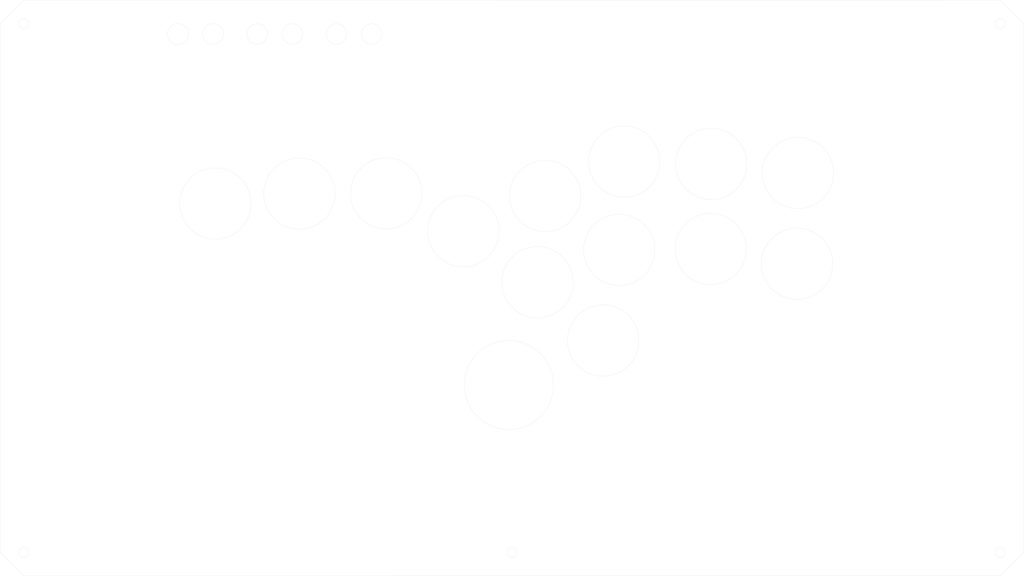
<source format=kicad_pcb>
(kicad_pcb
	(version 20240108)
	(generator "pcbnew")
	(generator_version "8.0")
	(general
		(thickness 1.6)
		(legacy_teardrops no)
	)
	(paper "A3")
	(layers
		(0 "F.Cu" signal)
		(31 "B.Cu" signal)
		(32 "B.Adhes" user "B.Adhesive")
		(33 "F.Adhes" user "F.Adhesive")
		(34 "B.Paste" user)
		(35 "F.Paste" user)
		(36 "B.SilkS" user "B.Silkscreen")
		(37 "F.SilkS" user "F.Silkscreen")
		(38 "B.Mask" user)
		(39 "F.Mask" user)
		(40 "Dwgs.User" user "User.Drawings")
		(41 "Cmts.User" user "User.Comments")
		(42 "Eco1.User" user "User.Eco1")
		(43 "Eco2.User" user "User.Eco2")
		(44 "Edge.Cuts" user)
		(45 "Margin" user)
		(46 "B.CrtYd" user "B.Courtyard")
		(47 "F.CrtYd" user "F.Courtyard")
		(48 "B.Fab" user)
		(49 "F.Fab" user)
		(50 "User.1" user)
		(51 "User.2" user)
		(52 "User.3" user)
		(53 "User.4" user)
		(54 "User.5" user)
		(55 "User.6" user)
		(56 "User.7" user)
		(57 "User.8" user)
		(58 "User.9" user)
	)
	(setup
		(pad_to_mask_clearance 0)
		(allow_soldermask_bridges_in_footprints no)
		(pcbplotparams
			(layerselection 0x00010fc_ffffffff)
			(plot_on_all_layers_selection 0x0000000_00000000)
			(disableapertmacros no)
			(usegerberextensions no)
			(usegerberattributes yes)
			(usegerberadvancedattributes yes)
			(creategerberjobfile yes)
			(dashed_line_dash_ratio 12.000000)
			(dashed_line_gap_ratio 3.000000)
			(svgprecision 4)
			(plotframeref no)
			(viasonmask no)
			(mode 1)
			(useauxorigin no)
			(hpglpennumber 1)
			(hpglpenspeed 20)
			(hpglpendiameter 15.000000)
			(pdf_front_fp_property_popups yes)
			(pdf_back_fp_property_popups yes)
			(dxfpolygonmode yes)
			(dxfimperialunits yes)
			(dxfusepcbnewfont yes)
			(psnegative no)
			(psa4output no)
			(plotreference yes)
			(plotvalue yes)
			(plotfptext yes)
			(plotinvisibletext no)
			(sketchpadsonfab no)
			(subtractmaskfromsilk no)
			(outputformat 1)
			(mirror no)
			(drillshape 1)
			(scaleselection 1)
			(outputdirectory "")
		)
	)
	(net 0 "")
	(gr_circle
		(center 111.453361 106.037573)
		(end 123.528361 106.037573)
		(stroke
			(width 0.2)
			(type default)
		)
		(fill none)
		(layer "Dwgs.User")
		(uuid "0151807e-276a-4178-ba52-7cee86440f17")
	)
	(gr_circle
		(center 98.705927 48.251798)
		(end 102.205927 48.251798)
		(stroke
			(width 0.2)
			(type default)
		)
		(fill none)
		(layer "Dwgs.User")
		(uuid "03e6b860-499b-40e9-9a4f-f2f5fbbddefb")
	)
	(gr_circle
		(center 164.705927 48.254011)
		(end 168.205927 48.254011)
		(stroke
			(width 0.2)
			(type default)
		)
		(fill none)
		(layer "Dwgs.User")
		(uuid "08de8212-a932-4ac5-a29b-e4315efb1ffb")
	)
	(gr_line
		(start 386.8 225.004165)
		(end 378.849933 232.953868)
		(stroke
			(width 0.2)
			(type default)
		)
		(layer "Dwgs.User")
		(uuid "0965b3bf-15ed-43a9-be97-e4a4d5d02910")
	)
	(gr_circle
		(center 125.705927 48.252166)
		(end 129.205927 48.252166)
		(stroke
			(width 0.2)
			(type default)
		)
		(fill none)
		(layer "Dwgs.User")
		(uuid "319be017-1b3a-4fb1-891e-d6364f03f958")
	)
	(gr_line
		(start 46.149428 232.949792)
		(end 38.2 225)
		(stroke
			(width 0.2)
			(type default)
		)
		(layer "Dwgs.User")
		(uuid "349f4b53-6732-40f7-a9ff-41e3f4bf690e")
	)
	(gr_circle
		(center 140.096567 102.667784)
		(end 152.171567 102.667784)
		(stroke
			(width 0.2)
			(type default)
		)
		(fill none)
		(layer "Dwgs.User")
		(uuid "34d3afac-bd08-4e97-b41f-a61f451fdacd")
	)
	(gr_circle
		(center 309.56494 126.586635)
		(end 321.63994 126.586635)
		(stroke
			(width 0.2)
			(type default)
		)
		(fill none)
		(layer "Dwgs.User")
		(uuid "427f4882-785b-4672-b843-68cdbfe2ed45")
	)
	(gr_circle
		(center 212.499681 225.002083)
		(end 214.199681 225.002083)
		(stroke
			(width 0.2)
			(type default)
		)
		(fill none)
		(layer "Dwgs.User")
		(uuid "48c5ea88-269b-4973-899a-750b5fd2efd4")
	)
	(gr_line
		(start 38.206046 44.699517)
		(end 46.15606 36.750036)
		(stroke
			(width 0.2)
			(type default)
		)
		(layer "Dwgs.User")
		(uuid "4f8458fc-528c-47b3-bbe6-fce6984c5810")
	)
	(gr_circle
		(center 223.787607 103.458963)
		(end 235.862607 103.458963)
		(stroke
			(width 0.2)
			(type default)
		)
		(fill none)
		(layer "Dwgs.User")
		(uuid "556b1c06-7d6f-4ee0-8ec6-a3d2c6ce5db3")
	)
	(gr_circle
		(center 221.166087 132.857283)
		(end 233.241087 132.857283)
		(stroke
			(width 0.2)
			(type default)
		)
		(fill none)
		(layer "Dwgs.User")
		(uuid "56645bb0-0c9f-46ab-a11c-d82de70593a0")
	)
	(gr_circle
		(center 378.856565 44.711207)
		(end 380.556565 44.711207)
		(stroke
			(width 0.2)
			(type default)
		)
		(fill none)
		(layer "Dwgs.User")
		(uuid "5ad0ae61-d9f1-49f1-91c1-7128f0021c8e")
	)
	(gr_circle
		(center 46.15606 44.699517)
		(end 47.85606 44.699517)
		(stroke
			(width 0.2)
			(type default)
		)
		(fill none)
		(layer "Dwgs.User")
		(uuid "619233d1-1883-4e6a-93e5-b2eeb20672fa")
	)
	(gr_circle
		(center 250.705526 91.737081)
		(end 262.780526 91.737081)
		(stroke
			(width 0.2)
			(type default)
		)
		(fill none)
		(layer "Dwgs.User")
		(uuid "7a50f51f-b080-4e96-b566-f3509513a631")
	)
	(gr_circle
		(center 211.423932 167.927963)
		(end 226.523932 167.927963)
		(stroke
			(width 0.2)
			(type default)
		)
		(fill none)
		(layer "Dwgs.User")
		(uuid "7d89a294-800d-478a-ad18-b02019ac658b")
	)
	(gr_line
		(start 378.849933 232.953868)
		(end 46.149428 232.949792)
		(stroke
			(width 0.2)
			(type default)
		)
		(layer "Dwgs.User")
		(uuid "7f9123e0-445b-42e7-b25b-ad2b44b02151")
	)
	(gr_circle
		(center 280.177939 121.565808)
		(end 292.252939 121.565808)
		(stroke
			(width 0.2)
			(type default)
		)
		(fill none)
		(layer "Dwgs.User")
		(uuid "8647ecaa-c685-4146-b9a3-13764d469c24")
	)
	(gr_line
		(start 378.856565 36.761193)
		(end 386.806046 44.711207)
		(stroke
			(width 0.2)
			(type default)
		)
		(layer "Dwgs.User")
		(uuid "881dbdda-7a8f-4e1d-b807-1699ddb6c9c0")
	)
	(gr_circle
		(center 152.705927 48.253609)
		(end 156.205927 48.253609)
		(stroke
			(width 0.2)
			(type default)
		)
		(fill none)
		(layer "Dwgs.User")
		(uuid "92260ad9-4030-4277-ace2-ed2f61d47c2a")
	)
	(gr_circle
		(center 195.948707 115.475376)
		(end 208.023707 115.475376)
		(stroke
			(width 0.2)
			(type default)
		)
		(fill none)
		(layer "Dwgs.User")
		(uuid "95242f72-b6dd-4995-8b52-0eef3b4e22cd")
	)
	(gr_circle
		(center 243.545444 152.738953)
		(end 255.620444 152.738953)
		(stroke
			(width 0.2)
			(type default)
		)
		(fill none)
		(layer "Dwgs.User")
		(uuid "976b03e2-1268-48bf-8aea-d21eb1f6546f")
	)
	(gr_circle
		(center 46.149428 225)
		(end 47.849428 225)
		(stroke
			(width 0.2)
			(type default)
		)
		(fill none)
		(layer "Dwgs.User")
		(uuid "9f97ed0c-e00e-4107-8250-5dde8eaf291d")
	)
	(gr_line
		(start 46.15606 36.750036)
		(end 378.856565 36.761193)
		(stroke
			(width 0.2)
			(type default)
		)
		(layer "Dwgs.User")
		(uuid "b35d0902-385e-4b13-b471-047d18d7d0a6")
	)
	(gr_circle
		(center 169.636624 102.579018)
		(end 181.711624 102.579018)
		(stroke
			(width 0.2)
			(type default)
		)
		(fill none)
		(layer "Dwgs.User")
		(uuid "b4d6912b-1f6c-4526-925d-f318e2edafe4")
	)
	(gr_circle
		(center 137.705927 48.253106)
		(end 141.205927 48.253106)
		(stroke
			(width 0.2)
			(type default)
		)
		(fill none)
		(layer "Dwgs.User")
		(uuid "b8b35189-6202-48b8-a270-dbf51e63ff7e")
	)
	(gr_circle
		(center 110.705927 48.252201)
		(end 114.205927 48.252201)
		(stroke
			(width 0.2)
			(type default)
		)
		(fill none)
		(layer "Dwgs.User")
		(uuid "cb42f722-35c1-4ad7-88de-67c1d14fda5a")
	)
	(gr_circle
		(center 280.347682 92.544809)
		(end 292.422682 92.544809)
		(stroke
			(width 0.2)
			(type default)
		)
		(fill none)
		(layer "Dwgs.User")
		(uuid "ce775420-9989-4435-9387-daae2c8536fb")
	)
	(gr_line
		(start 386.806046 44.711207)
		(end 386.8 225.004165)
		(stroke
			(width 0.2)
			(type default)
		)
		(layer "Dwgs.User")
		(uuid "d7d5fd52-d343-45c8-a327-2c6582b9d04f")
	)
	(gr_circle
		(center 378.849933 225.004165)
		(end 380.549933 225.004165)
		(stroke
			(width 0.2)
			(type default)
		)
		(fill none)
		(layer "Dwgs.User")
		(uuid "d9356a35-993d-4f7d-95ff-cf8fcb525546")
	)
	(gr_line
		(start 38.2 225)
		(end 38.206046 44.699517)
		(stroke
			(width 0.2)
			(type default)
		)
		(layer "Dwgs.User")
		(uuid "f1690669-1431-4ec5-9ade-afde97a4a1bc")
	)
	(gr_circle
		(center 309.894179 95.632267)
		(end 321.969179 95.632267)
		(stroke
			(width 0.2)
			(type default)
		)
		(fill none)
		(layer "Dwgs.User")
		(uuid "f64ede7d-36d2-4524-a480-4e36606bacdf")
	)
	(gr_circle
		(center 249.027341 121.840984)
		(end 261.102341 121.840984)
		(stroke
			(width 0.2)
			(type default)
		)
		(fill none)
		(layer "Dwgs.User")
		(uuid "fe34b362-d809-4b83-8130-ff9fc8ed7edd")
	)
	(gr_line
		(start 378.856565 36.761193)
		(end 46.15606 36.750036)
		(stroke
			(width 0.05)
			(type default)
		)
		(layer "Edge.Cuts")
		(uuid "0a0b1d3f-aef1-4088-b356-99968c4421b9")
	)
	(gr_circle
		(center 221.166087 132.857283)
		(end 226.405375 143.819198)
		(stroke
			(width 0.05)
			(type default)
		)
		(fill none)
		(layer "Edge.Cuts")
		(uuid "12c12098-b84c-4dfd-9f73-36a46de0a166")
	)
	(gr_circle
		(center 211.423932 167.927963)
		(end 218.174943 181.528838)
		(stroke
			(width 0.05)
			(type default)
		)
		(fill none)
		(layer "Edge.Cuts")
		(uuid "28b07d0a-10c3-4554-ad70-07c0a290f436")
	)
	(gr_circle
		(center 280.177939 121.565808)
		(end 270.683371 129.13801)
		(stroke
			(width 0.05)
			(type default)
		)
		(fill none)
		(layer "Edge.Cuts")
		(uuid "31188a9c-6653-4880-820a-5a773388384e")
	)
	(gr_circle
		(center 212.499681 225.002083)
		(end 211.590068 226.439089)
		(stroke
			(width 0.05)
			(type default)
		)
		(fill none)
		(layer "Edge.Cuts")
		(uuid "36fb27f1-0990-4bae-a99b-0d531e57845b")
	)
	(gr_circle
		(center 309.894179 95.632267)
		(end 299.643266 102.152264)
		(stroke
			(width 0.05)
			(type default)
		)
		(fill none)
		(layer "Edge.Cuts")
		(uuid "3a689b2a-a4d5-41b8-8efe-b99fd8fe3e35")
	)
	(gr_circle
		(center 98.705927 48.251798)
		(end 101.214254 50.796112)
		(stroke
			(width 0.05)
			(type default)
		)
		(fill none)
		(layer "Edge.Cuts")
		(uuid "4020da6f-2670-4412-979d-4e5219759573")
	)
	(gr_line
		(start 38.2 225)
		(end 46.149428 232.949792)
		(stroke
			(width 0.05)
			(type default)
		)
		(layer "Edge.Cuts")
		(uuid "47bb2ccb-341f-486d-a5c3-679106092e66")
	)
	(gr_circle
		(center 46.15606 44.699517)
		(end 44.45606 44.699517)
		(stroke
			(width 0.05)
			(type default)
		)
		(fill none)
		(layer "Edge.Cuts")
		(uuid "4fbbeff0-4be2-4da3-9cad-39b4a50ce1eb")
	)
	(gr_circle
		(center 243.545444 152.738953)
		(end 233.148164 159.019438)
		(stroke
			(width 0.05)
			(type default)
		)
		(fill none)
		(layer "Edge.Cuts")
		(uuid "545cb9d1-bae8-4a54-b4e5-42495e4316b4")
	)
	(gr_circle
		(center 169.636624 102.579018)
		(end 174.952922 113.50454)
		(stroke
			(width 0.05)
			(type default)
		)
		(fill none)
		(layer "Edge.Cuts")
		(uuid "5742bafc-2278-4208-b09a-d4b59e832ff3")
	)
	(gr_circle
		(center 111.453361 106.037573)
		(end 116.222029 117.212958)
		(stroke
			(width 0.05)
			(type default)
		)
		(fill none)
		(layer "Edge.Cuts")
		(uuid "5a8a2675-5a03-4818-96ae-61d63b4b733f")
	)
	(gr_circle
		(center 137.705927 48.253106)
		(end 140.433692 50.445787)
		(stroke
			(width 0.05)
			(type default)
		)
		(fill none)
		(layer "Edge.Cuts")
		(uuid "5ed6eb27-3aee-45fe-8fc1-dc5b17d2aec9")
	)
	(gr_circle
		(center 378.856565 44.711207)
		(end 379.756804 46.153348)
		(stroke
			(width 0.05)
			(type default)
		)
		(fill none)
		(layer "Edge.Cuts")
		(uuid "6dac44b4-665a-48ad-9c88-78e809a041ee")
	)
	(gr_line
		(start 386.8 225.004165)
		(end 386.806046 44.711207)
		(stroke
			(width 0.05)
			(type default)
		)
		(layer "Edge.Cuts")
		(uuid "79b34f21-08bb-46f7-91c8-0115826904f1")
	)
	(gr_line
		(start 46.149428 232.949792)
		(end 378.849933 232.953868)
		(stroke
			(width 0.05)
			(type default)
		)
		(layer "Edge.Cuts")
		(uuid "79be5ea0-eb33-47c3-a128-db235f016dff")
	)
	(gr_circle
		(center 309.56494 126.586635)
		(end 299.90367 133.954644)
		(stroke
			(width 0.05)
			(type default)
		)
		(fill none)
		(layer "Edge.Cuts")
		(uuid "8bba7125-d995-4a0a-85a3-a49c5a13f780")
	)
	(gr_line
		(start 386.806046 44.711207)
		(end 378.856565 36.761193)
		(stroke
			(width 0.05)
			(type default)
		)
		(layer "Edge.Cuts")
		(uuid "8fa5de74-3291-438e-b8ec-1b8c730c3b76")
	)
	(gr_circle
		(center 223.787607 103.458963)
		(end 230.646651 113.486823)
		(stroke
			(width 0.05)
			(type default)
		)
		(fill none)
		(layer "Edge.Cuts")
		(uuid "97ce12ab-67b8-41d5-9eec-23a18ce75bf5")
	)
	(gr_circle
		(center 164.705927 48.254011)
		(end 166.827266 51.037723)
		(stroke
			(width 0.05)
			(type default)
		)
		(fill none)
		(layer "Edge.Cuts")
		(uuid "a87bc67a-8476-4fd7-87af-497afe8f9275")
	)
	(gr_circle
		(center 195.948707 115.475376)
		(end 203.640394 124.875595)
		(stroke
			(width 0.05)
			(type default)
		)
		(fill none)
		(layer "Edge.Cuts")
		(uuid "a9af6972-bc51-4f6c-85d6-175bcbf53764")
	)
	(gr_line
		(start 378.849933 232.953868)
		(end 386.8 225.004165)
		(stroke
			(width 0.05)
			(type default)
		)
		(layer "Edge.Cuts")
		(uuid "abbfbfac-76fb-4108-a7e3-3867d08119a7")
	)
	(gr_circle
		(center 280.347682 92.544809)
		(end 270.84987 100.11819)
		(stroke
			(width 0.05)
			(type default)
		)
		(fill none)
		(layer "Edge.Cuts")
		(uuid "b20f4004-28d9-45c0-b1df-a5162f69e61c")
	)
	(gr_circle
		(center 110.705927 48.252201)
		(end 113.700528 50.202693)
		(stroke
			(width 0.05)
			(type default)
		)
		(fill none)
		(layer "Edge.Cuts")
		(uuid "b9515a64-df58-40ba-a363-ad1dc6ea3b15")
	)
	(gr_circle
		(center 46.149428 225)
		(end 45.238632 226.435353)
		(stroke
			(width 0.05)
			(type default)
		)
		(fill none)
		(layer "Edge.Cuts")
		(uuid "d7011237-8028-45ba-963b-821e786e43b8")
	)
	(gr_circle
		(center 140.096567 102.667784)
		(end 145.079739 113.749039)
		(stroke
			(width 0.05)
			(type default)
		)
		(fill none)
		(layer "Edge.Cuts")
		(uuid "e1c57449-bbfe-46f7-895f-dd5fc7edd14c")
	)
	(gr_circle
		(center 152.705927 48.253609)
		(end 155.179681 50.73066)
		(stroke
			(width 0.05)
			(type default)
		)
		(fill none)
		(layer "Edge.Cuts")
		(uuid "e263fb38-d216-4309-817f-9797ffba0963")
	)
	(gr_circle
		(center 125.705927 48.252166)
		(end 128.197814 50.710139)
		(stroke
			(width 0.05)
			(type default)
		)
		(fill none)
		(layer "Edge.Cuts")
		(uuid "e7764ad2-8c97-4779-96d7-663894df6c26")
	)
	(gr_line
		(start 46.15606 36.750036)
		(end 38.206046 44.699517)
		(stroke
			(width 0.05)
			(type default)
		)
		(layer "Edge.Cuts")
		(uuid "f04ed2d7-e618-4360-b98f-3cb63cd42455")
	)
	(gr_circle
		(center 378.849933 225.004165)
		(end 378.706696 226.700319)
		(stroke
			(width 0.05)
			(type default)
		)
		(fill none)
		(layer "Edge.Cuts")
		(uuid "f070f66d-96e1-469c-8153-6e229a437901")
	)
	(gr_circle
		(center 249.027341 121.840984)
		(end 239.110159 128.850751)
		(stroke
			(width 0.05)
			(type default)
		)
		(fill none)
		(layer "Edge.Cuts")
		(uuid "f31fde60-57ae-4828-9b89-ad4f294c121d")
	)
	(gr_line
		(start 38.206046 44.699517)
		(end 38.2 225)
		(stroke
			(width 0.05)
			(type default)
		)
		(layer "Edge.Cuts")
		(uuid "f400b1da-c073-48b5-a30a-31e285cdf8d9")
	)
	(gr_circle
		(center 250.705526 91.737081)
		(end 240.562276 98.419863)
		(stroke
			(width 0.05)
			(type default)
		)
		(fill none)
		(layer "Edge.Cuts")
		(uuid "f90ac1a0-f031-433c-99aa-a59de53f1f5f")
	)
	(group ""
		(uuid "dff14221-733f-45b6-9410-caa7c7903ab5")
		(members "0151807e-276a-4178-ba52-7cee86440f17" "03e6b860-499b-40e9-9a4f-f2f5fbbddefb"
			"08de8212-a932-4ac5-a29b-e4315efb1ffb" "0965b3bf-15ed-43a9-be97-e4a4d5d02910"
			"319be017-1b3a-4fb1-891e-d6364f03f958" "349f4b53-6732-40f7-a9ff-41e3f4bf690e"
			"34d3afac-bd08-4e97-b41f-a61f451fdacd" "427f4882-785b-4672-b843-68cdbfe2ed45"
			"48c5ea88-269b-4973-899a-750b5fd2efd4" "4f8458fc-528c-47b3-bbe6-fce6984c5810"
			"556b1c06-7d6f-4ee0-8ec6-a3d2c6ce5db3" "56645bb0-0c9f-46ab-a11c-d82de70593a0"
			"5ad0ae61-d9f1-49f1-91c1-7128f0021c8e" "619233d1-1883-4e6a-93e5-b2eeb20672fa"
			"7a50f51f-b080-4e96-b566-f3509513a631" "7d89a294-800d-478a-ad18-b02019ac658b"
			"7f9123e0-445b-42e7-b25b-ad2b44b02151" "8647ecaa-c685-4146-b9a3-13764d469c24"
			"881dbdda-7a8f-4e1d-b807-1699ddb6c9c0" "92260ad9-4030-4277-ace2-ed2f61d47c2a"
			"95242f72-b6dd-4995-8b52-0eef3b4e22cd" "976b03e2-1268-48bf-8aea-d21eb1f6546f"
			"9f97ed0c-e00e-4107-8250-5dde8eaf291d" "b35d0902-385e-4b13-b471-047d18d7d0a6"
			"b4d6912b-1f6c-4526-925d-f318e2edafe4" "b8b35189-6202-48b8-a270-dbf51e63ff7e"
			"cb42f722-35c1-4ad7-88de-67c1d14fda5a" "ce775420-9989-4435-9387-daae2c8536fb"
			"d7d5fd52-d343-45c8-a327-2c6582b9d04f" "d9356a35-993d-4f7d-95ff-cf8fcb525546"
			"f1690669-1431-4ec5-9ade-afde97a4a1bc" "f64ede7d-36d2-4524-a480-4e36606bacdf"
			"fe34b362-d809-4b83-8130-ff9fc8ed7edd"
		)
	)
)

</source>
